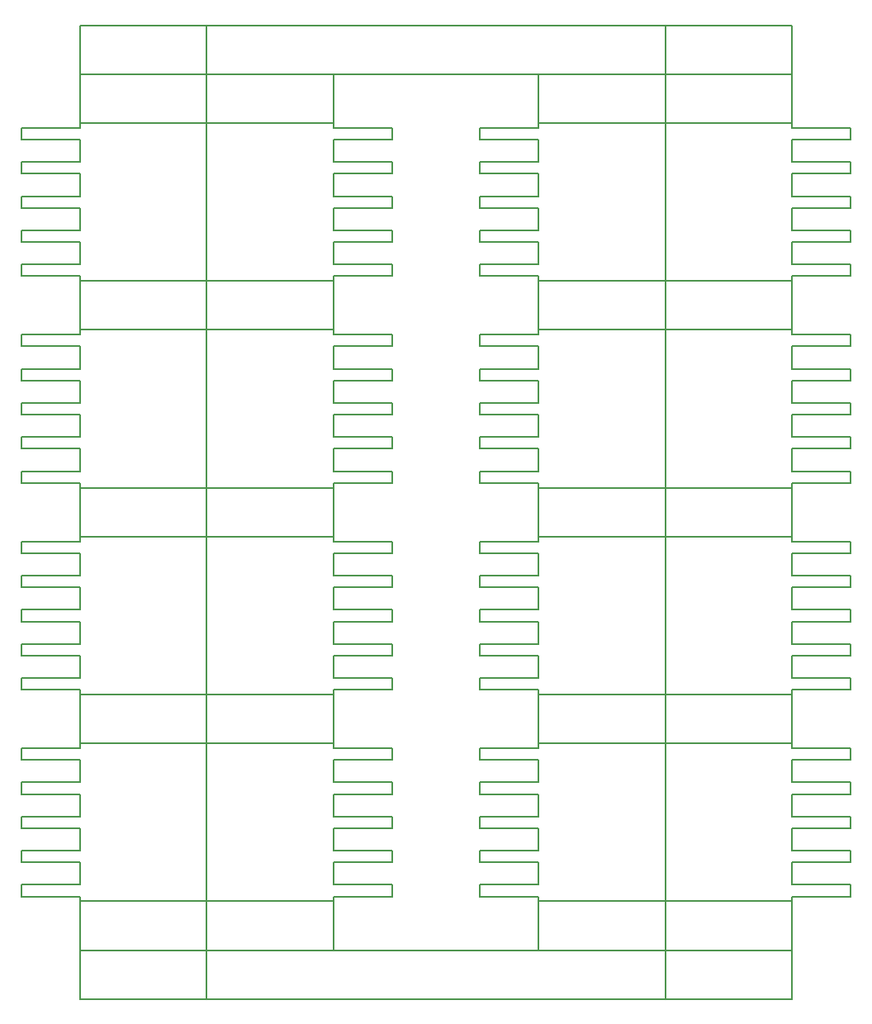
<source format=gm1>
G04 #@! TF.GenerationSoftware,KiCad,Pcbnew,(5.1.0)-1*
G04 #@! TF.CreationDate,2019-07-11T22:38:23-04:00*
G04 #@! TF.ProjectId,input_only,696e7075-745f-46f6-9e6c-792e6b696361,0.1*
G04 #@! TF.SameCoordinates,Original*
G04 #@! TF.FileFunction,Profile,NP*
%FSLAX46Y46*%
G04 Gerber Fmt 4.6, Leading zero omitted, Abs format (unit mm)*
G04 Created by KiCad (PCBNEW (5.1.0)-1) date 2019-07-11 22:38:23*
%MOMM*%
%LPD*%
G04 APERTURE LIST*
%ADD10C,0.150000*%
G04 APERTURE END LIST*
D10*
X161550000Y-58304000D02*
X161509000Y-53304000D01*
X148550000Y-58304000D02*
X148550000Y-53282000D01*
X135550000Y-58304000D02*
X135550000Y-53304000D01*
X114550000Y-58304000D02*
X114550000Y-53304000D01*
X101550000Y-58304000D02*
X101550000Y-53304000D01*
X88550000Y-58304000D02*
X88550000Y-53304000D01*
X88550000Y-48304000D02*
X161509000Y-48304000D01*
X88550000Y-48304000D02*
X88550000Y-53304000D01*
X148550000Y-48282000D02*
X148550000Y-53282000D01*
X101550000Y-48304000D02*
X101550000Y-53304000D01*
X88550000Y-53304000D02*
X161509000Y-53304000D01*
X161509000Y-48304000D02*
X161509000Y-53304000D01*
X88550000Y-148104000D02*
X161509000Y-148104000D01*
X101550000Y-138104000D02*
X101550000Y-143104000D01*
X101550000Y-143104000D02*
X101550000Y-148104000D01*
X148550000Y-143082000D02*
X148550000Y-148082000D01*
X148550000Y-138104000D02*
X148550000Y-143104000D01*
X161509000Y-143104000D02*
X161509000Y-148104000D01*
X161509000Y-138104000D02*
X161509000Y-143104000D01*
X135550000Y-138104000D02*
X135550000Y-143104000D01*
X88550000Y-143104000D02*
X161509000Y-143104000D01*
X88550000Y-143104000D02*
X88550000Y-148104000D01*
X114550000Y-138104000D02*
X114550000Y-143104000D01*
X88550000Y-138104000D02*
X88550000Y-143104000D01*
X161550000Y-79504000D02*
X161550000Y-74504000D01*
X148550000Y-79504000D02*
X148550000Y-74504000D01*
X135550000Y-79504000D02*
X135550000Y-74504000D01*
X161550000Y-100704000D02*
X161550000Y-95704000D01*
X148550000Y-95704000D02*
X148550000Y-100704000D01*
X135550000Y-100704000D02*
X135550000Y-95704000D01*
X161550000Y-121904000D02*
X161550000Y-116904000D01*
X148550000Y-121904000D02*
X148550000Y-116904000D01*
X135550000Y-116904000D02*
X135550000Y-121904000D01*
X114550000Y-116904000D02*
X114550000Y-121904000D01*
X101550000Y-116904000D02*
X101550000Y-121904000D01*
X88550000Y-121904000D02*
X88550000Y-116904000D01*
X114550000Y-95704000D02*
X114550000Y-100704000D01*
X101550000Y-100704000D02*
X101550000Y-95704000D01*
X88550000Y-95704000D02*
X88550000Y-100704000D01*
X114550000Y-79504000D02*
X114550000Y-74504000D01*
X101550000Y-74504000D02*
X101550000Y-79504000D01*
X88550000Y-79504000D02*
X88550000Y-74504000D01*
X88550000Y-121904000D02*
X114550000Y-121904000D01*
X82550000Y-109404000D02*
X88550000Y-109404000D01*
X88550000Y-100704000D02*
X88550000Y-101204000D01*
X114550000Y-108204000D02*
X114550000Y-105904000D01*
X88550000Y-101204000D02*
X82550000Y-101204000D01*
X88550000Y-105904000D02*
X88550000Y-108204000D01*
X82550000Y-116404000D02*
X88550000Y-116404000D01*
X88550000Y-102404000D02*
X88550000Y-104704000D01*
X82550000Y-115204000D02*
X82550000Y-116404000D01*
X88550000Y-109404000D02*
X88550000Y-111704000D01*
X82550000Y-111704000D02*
X82550000Y-112904000D01*
X88550000Y-112904000D02*
X88550000Y-115204000D01*
X91980000Y-138104000D02*
X101550000Y-138104000D01*
X82550000Y-102404000D02*
X88550000Y-102404000D01*
X82550000Y-108204000D02*
X82550000Y-109404000D01*
X88550000Y-115204000D02*
X82550000Y-115204000D01*
X82550000Y-105904000D02*
X88550000Y-105904000D01*
X88550000Y-116404000D02*
X88550000Y-116904000D01*
X88550000Y-104704000D02*
X82550000Y-104704000D01*
X88550000Y-111704000D02*
X82550000Y-111704000D01*
X101550000Y-138104000D02*
X114550000Y-138104000D01*
X82550000Y-104704000D02*
X82550000Y-105904000D01*
X88550000Y-108204000D02*
X82550000Y-108204000D01*
X101550000Y-100704000D02*
X101550000Y-116904000D01*
X114550000Y-102404000D02*
X120550000Y-102404000D01*
X114550000Y-115204000D02*
X114550000Y-112904000D01*
X82550000Y-101204000D02*
X82550000Y-102404000D01*
X82550000Y-112904000D02*
X88550000Y-112904000D01*
X92120000Y-100704000D02*
X88550000Y-100704000D01*
X92120000Y-100704000D02*
X101550000Y-100704000D01*
X101550000Y-100704000D02*
X114550000Y-100704000D01*
X88550000Y-125904000D02*
X82550000Y-125904000D01*
X88550000Y-129404000D02*
X82550000Y-129404000D01*
X120550000Y-137604000D02*
X120550000Y-136404000D01*
X82550000Y-127104000D02*
X88550000Y-127104000D01*
X88550000Y-123604000D02*
X88550000Y-125904000D01*
X82550000Y-134104000D02*
X88550000Y-134104000D01*
X114550000Y-125904000D02*
X114550000Y-123604000D01*
X114550000Y-130604000D02*
X120550000Y-130604000D01*
X114550000Y-132904000D02*
X114550000Y-130604000D01*
X88550000Y-122404000D02*
X82550000Y-122404000D01*
X88550000Y-136404000D02*
X82550000Y-136404000D01*
X114550000Y-122404000D02*
X114550000Y-121904000D01*
X82550000Y-137604000D02*
X88550000Y-137604000D01*
X114550000Y-138104000D02*
X114550000Y-137604000D01*
X120550000Y-123604000D02*
X120550000Y-122404000D01*
X114550000Y-127104000D02*
X120550000Y-127104000D01*
X91980000Y-138104000D02*
X88550000Y-138104000D01*
X88550000Y-134104000D02*
X88550000Y-136404000D01*
X120550000Y-136404000D02*
X114550000Y-136404000D01*
X82550000Y-125904000D02*
X82550000Y-127104000D01*
X120550000Y-134104000D02*
X120550000Y-132904000D01*
X120550000Y-127104000D02*
X120550000Y-125904000D01*
X88550000Y-132904000D02*
X82550000Y-132904000D01*
X114550000Y-109404000D02*
X120550000Y-109404000D01*
X82550000Y-132904000D02*
X82550000Y-134104000D01*
X114550000Y-116904000D02*
X114550000Y-116404000D01*
X82550000Y-130604000D02*
X88550000Y-130604000D01*
X120550000Y-130604000D02*
X120550000Y-129404000D01*
X101550000Y-116904000D02*
X114550000Y-116904000D01*
X120550000Y-122404000D02*
X114550000Y-122404000D01*
X120550000Y-112904000D02*
X120550000Y-111704000D01*
X88550000Y-130604000D02*
X88550000Y-132904000D01*
X114550000Y-129404000D02*
X114550000Y-127104000D01*
X120550000Y-104704000D02*
X114550000Y-104704000D01*
X82550000Y-129404000D02*
X82550000Y-130604000D01*
X120550000Y-109404000D02*
X120550000Y-108204000D01*
X101550000Y-121904000D02*
X101550000Y-138104000D01*
X82550000Y-123604000D02*
X88550000Y-123604000D01*
X114550000Y-112904000D02*
X120550000Y-112904000D01*
X114550000Y-111704000D02*
X114550000Y-109404000D01*
X88550000Y-121904000D02*
X88550000Y-122404000D01*
X120550000Y-132904000D02*
X114550000Y-132904000D01*
X114550000Y-123604000D02*
X120550000Y-123604000D01*
X114550000Y-104704000D02*
X114550000Y-102404000D01*
X120550000Y-125904000D02*
X114550000Y-125904000D01*
X114550000Y-134104000D02*
X120550000Y-134104000D01*
X120550000Y-108204000D02*
X114550000Y-108204000D01*
X120550000Y-105904000D02*
X120550000Y-104704000D01*
X114550000Y-116404000D02*
X120550000Y-116404000D01*
X120550000Y-116404000D02*
X120550000Y-115204000D01*
X120550000Y-115204000D02*
X114550000Y-115204000D01*
X114550000Y-137604000D02*
X120550000Y-137604000D01*
X101550000Y-116904000D02*
X88550000Y-116904000D01*
X82550000Y-136404000D02*
X82550000Y-137604000D01*
X88550000Y-137604000D02*
X88550000Y-138104000D01*
X114550000Y-105904000D02*
X120550000Y-105904000D01*
X120550000Y-101204000D02*
X114550000Y-101204000D01*
X114550000Y-101204000D02*
X114550000Y-100704000D01*
X114550000Y-136404000D02*
X114550000Y-134104000D01*
X82550000Y-122404000D02*
X82550000Y-123604000D01*
X120550000Y-102404000D02*
X120550000Y-101204000D01*
X88550000Y-127104000D02*
X88550000Y-129404000D01*
X120550000Y-129404000D02*
X114550000Y-129404000D01*
X120550000Y-111704000D02*
X114550000Y-111704000D01*
X135550000Y-115204000D02*
X129550000Y-115204000D01*
X161550000Y-102404000D02*
X167550000Y-102404000D01*
X135550000Y-109404000D02*
X135550000Y-111704000D01*
X129550000Y-105904000D02*
X135550000Y-105904000D01*
X161550000Y-108204000D02*
X161550000Y-105904000D01*
X129550000Y-111704000D02*
X129550000Y-112904000D01*
X135550000Y-111704000D02*
X129550000Y-111704000D01*
X135550000Y-104704000D02*
X129550000Y-104704000D01*
X148550000Y-100704000D02*
X148550000Y-116904000D01*
X135550000Y-116404000D02*
X135550000Y-116904000D01*
X161550000Y-115204000D02*
X161550000Y-112904000D01*
X129550000Y-104704000D02*
X129550000Y-105904000D01*
X135550000Y-101204000D02*
X129550000Y-101204000D01*
X135550000Y-108204000D02*
X129550000Y-108204000D01*
X129550000Y-101204000D02*
X129550000Y-102404000D01*
X129550000Y-102404000D02*
X135550000Y-102404000D01*
X161550000Y-109404000D02*
X167550000Y-109404000D01*
X135550000Y-105904000D02*
X135550000Y-108204000D01*
X129550000Y-112904000D02*
X135550000Y-112904000D01*
X129550000Y-109404000D02*
X135550000Y-109404000D01*
X135550000Y-100704000D02*
X135550000Y-101204000D01*
X129550000Y-116404000D02*
X135550000Y-116404000D01*
X135550000Y-102404000D02*
X135550000Y-104704000D01*
X129550000Y-108204000D02*
X129550000Y-109404000D01*
X135550000Y-112904000D02*
X135550000Y-115204000D01*
X129550000Y-115204000D02*
X129550000Y-116404000D01*
X161550000Y-101204000D02*
X161550000Y-100704000D01*
X167550000Y-109404000D02*
X167550000Y-108204000D01*
X161550000Y-104704000D02*
X161550000Y-102404000D01*
X167550000Y-116404000D02*
X167550000Y-115204000D01*
X167550000Y-105904000D02*
X167550000Y-104704000D01*
X161550000Y-116404000D02*
X167550000Y-116404000D01*
X167550000Y-102404000D02*
X167550000Y-101204000D01*
X167550000Y-104704000D02*
X161550000Y-104704000D01*
X161550000Y-105904000D02*
X167550000Y-105904000D01*
X161550000Y-112904000D02*
X167550000Y-112904000D01*
X161550000Y-116904000D02*
X161550000Y-116404000D01*
X161550000Y-111704000D02*
X161550000Y-109404000D01*
X167550000Y-108204000D02*
X161550000Y-108204000D01*
X167550000Y-111704000D02*
X161550000Y-111704000D01*
X167550000Y-115204000D02*
X161550000Y-115204000D01*
X167550000Y-101204000D02*
X161550000Y-101204000D01*
X167550000Y-112904000D02*
X167550000Y-111704000D01*
X161550000Y-130604000D02*
X167550000Y-130604000D01*
X129550000Y-122404000D02*
X129550000Y-123604000D01*
X161550000Y-137604000D02*
X167550000Y-137604000D01*
X161550000Y-129404000D02*
X161550000Y-127104000D01*
X135550000Y-136404000D02*
X129550000Y-136404000D01*
X148550000Y-121904000D02*
X148550000Y-138104000D01*
X167550000Y-129404000D02*
X161550000Y-129404000D01*
X129550000Y-132904000D02*
X129550000Y-134104000D01*
X167550000Y-122404000D02*
X161550000Y-122404000D01*
X129550000Y-125904000D02*
X129550000Y-127104000D01*
X167550000Y-125904000D02*
X161550000Y-125904000D01*
X129550000Y-123604000D02*
X135550000Y-123604000D01*
X129550000Y-129404000D02*
X129550000Y-130604000D01*
X167550000Y-137604000D02*
X167550000Y-136404000D01*
X129550000Y-134104000D02*
X135550000Y-134104000D01*
X167550000Y-123604000D02*
X167550000Y-122404000D01*
X161550000Y-132904000D02*
X161550000Y-130604000D01*
X138980000Y-138104000D02*
X135550000Y-138104000D01*
X129550000Y-136404000D02*
X129550000Y-137604000D01*
X129550000Y-130604000D02*
X135550000Y-130604000D01*
X129550000Y-127104000D02*
X135550000Y-127104000D01*
X167550000Y-134104000D02*
X167550000Y-132904000D01*
X161550000Y-122404000D02*
X161550000Y-121904000D01*
X167550000Y-130604000D02*
X167550000Y-129404000D01*
X161550000Y-134104000D02*
X167550000Y-134104000D01*
X135550000Y-129404000D02*
X129550000Y-129404000D01*
X129550000Y-137604000D02*
X135550000Y-137604000D01*
X161550000Y-127104000D02*
X167550000Y-127104000D01*
X135550000Y-125904000D02*
X129550000Y-125904000D01*
X135550000Y-123604000D02*
X135550000Y-125904000D01*
X135550000Y-121904000D02*
X161550000Y-121904000D01*
X135550000Y-127104000D02*
X135550000Y-129404000D01*
X135550000Y-121904000D02*
X135550000Y-122404000D01*
X161550000Y-123604000D02*
X167550000Y-123604000D01*
X167550000Y-132904000D02*
X161550000Y-132904000D01*
X161550000Y-125904000D02*
X161550000Y-123604000D01*
X161550000Y-136404000D02*
X161550000Y-134104000D01*
X135550000Y-132904000D02*
X129550000Y-132904000D01*
X148550000Y-116904000D02*
X135550000Y-116904000D01*
X135550000Y-134104000D02*
X135550000Y-136404000D01*
X135550000Y-137604000D02*
X135550000Y-138104000D01*
X135550000Y-122404000D02*
X129550000Y-122404000D01*
X148550000Y-116904000D02*
X161550000Y-116904000D01*
X135550000Y-130604000D02*
X135550000Y-132904000D01*
X167550000Y-127104000D02*
X167550000Y-125904000D01*
X161550000Y-138104000D02*
X161550000Y-137604000D01*
X167550000Y-136404000D02*
X161550000Y-136404000D01*
X148550000Y-138104000D02*
X161550000Y-138104000D01*
X138980000Y-138104000D02*
X148550000Y-138104000D01*
X139120000Y-100704000D02*
X135550000Y-100704000D01*
X139120000Y-100704000D02*
X148550000Y-100704000D01*
X148550000Y-100704000D02*
X161550000Y-100704000D01*
X88550000Y-79504000D02*
X114550000Y-79504000D01*
X135550000Y-79504000D02*
X161550000Y-79504000D01*
X101550000Y-74504000D02*
X88550000Y-74504000D01*
X138980000Y-95704000D02*
X148550000Y-95704000D01*
X148550000Y-95704000D02*
X161550000Y-95704000D01*
X139120000Y-58304000D02*
X148550000Y-58304000D01*
X139120000Y-58304000D02*
X135550000Y-58304000D01*
X148550000Y-58304000D02*
X161550000Y-58304000D01*
X167550000Y-90504000D02*
X161550000Y-90504000D01*
X135550000Y-91704000D02*
X135550000Y-94004000D01*
X135550000Y-79504000D02*
X135550000Y-80004000D01*
X135550000Y-84704000D02*
X135550000Y-87004000D01*
X161550000Y-95704000D02*
X161550000Y-95204000D01*
X167550000Y-84704000D02*
X167550000Y-83504000D01*
X148550000Y-74504000D02*
X161550000Y-74504000D01*
X135550000Y-88204000D02*
X135550000Y-90504000D01*
X161550000Y-83504000D02*
X161550000Y-81204000D01*
X135550000Y-95204000D02*
X135550000Y-95704000D01*
X135550000Y-80004000D02*
X129550000Y-80004000D01*
X148550000Y-74504000D02*
X135550000Y-74504000D01*
X135550000Y-90504000D02*
X129550000Y-90504000D01*
X161550000Y-94004000D02*
X161550000Y-91704000D01*
X161550000Y-81204000D02*
X167550000Y-81204000D01*
X167550000Y-94004000D02*
X161550000Y-94004000D01*
X161550000Y-80004000D02*
X161550000Y-79504000D01*
X135550000Y-81204000D02*
X135550000Y-83504000D01*
X129550000Y-91704000D02*
X135550000Y-91704000D01*
X129550000Y-95204000D02*
X135550000Y-95204000D01*
X129550000Y-88204000D02*
X135550000Y-88204000D01*
X167550000Y-91704000D02*
X167550000Y-90504000D01*
X129550000Y-84704000D02*
X135550000Y-84704000D01*
X135550000Y-87004000D02*
X129550000Y-87004000D01*
X138980000Y-95704000D02*
X135550000Y-95704000D01*
X129550000Y-94004000D02*
X129550000Y-95204000D01*
X135550000Y-83504000D02*
X129550000Y-83504000D01*
X167550000Y-81204000D02*
X167550000Y-80004000D01*
X161550000Y-84704000D02*
X167550000Y-84704000D01*
X161550000Y-91704000D02*
X167550000Y-91704000D01*
X167550000Y-83504000D02*
X161550000Y-83504000D01*
X129550000Y-87004000D02*
X129550000Y-88204000D01*
X167550000Y-88204000D02*
X167550000Y-87004000D01*
X161550000Y-90504000D02*
X161550000Y-88204000D01*
X167550000Y-95204000D02*
X167550000Y-94004000D01*
X129550000Y-81204000D02*
X135550000Y-81204000D01*
X129550000Y-83504000D02*
X129550000Y-84704000D01*
X148550000Y-79504000D02*
X148550000Y-95704000D01*
X135550000Y-94004000D02*
X129550000Y-94004000D01*
X167550000Y-80004000D02*
X161550000Y-80004000D01*
X129550000Y-90504000D02*
X129550000Y-91704000D01*
X161550000Y-95204000D02*
X167550000Y-95204000D01*
X161550000Y-88204000D02*
X167550000Y-88204000D01*
X129550000Y-80004000D02*
X129550000Y-81204000D01*
X161550000Y-87004000D02*
X161550000Y-84704000D01*
X167550000Y-87004000D02*
X161550000Y-87004000D01*
X161550000Y-74504000D02*
X161550000Y-74004000D01*
X167550000Y-63504000D02*
X167550000Y-62304000D01*
X167550000Y-74004000D02*
X167550000Y-72804000D01*
X167550000Y-69304000D02*
X161550000Y-69304000D01*
X161550000Y-70504000D02*
X167550000Y-70504000D01*
X161550000Y-63504000D02*
X167550000Y-63504000D01*
X167550000Y-65804000D02*
X161550000Y-65804000D01*
X167550000Y-70504000D02*
X167550000Y-69304000D01*
X161550000Y-62304000D02*
X161550000Y-60004000D01*
X167550000Y-72804000D02*
X161550000Y-72804000D01*
X167550000Y-62304000D02*
X161550000Y-62304000D01*
X161550000Y-69304000D02*
X161550000Y-67004000D01*
X167550000Y-60004000D02*
X167550000Y-58804000D01*
X167550000Y-67004000D02*
X167550000Y-65804000D01*
X161550000Y-74004000D02*
X167550000Y-74004000D01*
X161550000Y-58804000D02*
X161550000Y-58304000D01*
X167550000Y-58804000D02*
X161550000Y-58804000D01*
X161550000Y-67004000D02*
X167550000Y-67004000D01*
X129550000Y-65804000D02*
X129550000Y-67004000D01*
X135550000Y-62304000D02*
X129550000Y-62304000D01*
X135550000Y-69304000D02*
X129550000Y-69304000D01*
X148550000Y-58304000D02*
X148550000Y-74504000D01*
X135550000Y-72804000D02*
X129550000Y-72804000D01*
X129550000Y-69304000D02*
X129550000Y-70504000D01*
X129550000Y-72804000D02*
X129550000Y-74004000D01*
X161550000Y-65804000D02*
X161550000Y-63504000D01*
X129550000Y-70504000D02*
X135550000Y-70504000D01*
X135550000Y-67004000D02*
X135550000Y-69304000D01*
X129550000Y-60004000D02*
X135550000Y-60004000D01*
X135550000Y-63504000D02*
X135550000Y-65804000D01*
X129550000Y-58804000D02*
X129550000Y-60004000D01*
X135550000Y-60004000D02*
X135550000Y-62304000D01*
X129550000Y-74004000D02*
X135550000Y-74004000D01*
X135550000Y-74004000D02*
X135550000Y-74504000D01*
X161550000Y-60004000D02*
X167550000Y-60004000D01*
X135550000Y-65804000D02*
X129550000Y-65804000D01*
X135550000Y-58304000D02*
X135550000Y-58804000D01*
X135550000Y-70504000D02*
X135550000Y-72804000D01*
X135550000Y-58804000D02*
X129550000Y-58804000D01*
X129550000Y-67004000D02*
X135550000Y-67004000D01*
X129550000Y-62304000D02*
X129550000Y-63504000D01*
X129550000Y-63504000D02*
X135550000Y-63504000D01*
X161550000Y-72804000D02*
X161550000Y-70504000D01*
X92120000Y-58304000D02*
X101550000Y-58304000D01*
X101550000Y-58304000D02*
X114550000Y-58304000D01*
X92120000Y-58304000D02*
X88550000Y-58304000D01*
X101550000Y-95704000D02*
X114550000Y-95704000D01*
X91980000Y-95704000D02*
X101550000Y-95704000D01*
X82550000Y-69304000D02*
X82550000Y-70504000D01*
X88550000Y-67004000D02*
X88550000Y-69304000D01*
X88550000Y-74004000D02*
X88550000Y-74504000D01*
X82550000Y-58804000D02*
X82550000Y-60004000D01*
X88550000Y-69304000D02*
X82550000Y-69304000D01*
X101550000Y-58304000D02*
X101550000Y-74504000D01*
X82550000Y-67004000D02*
X88550000Y-67004000D01*
X82550000Y-72804000D02*
X82550000Y-74004000D01*
X82550000Y-65804000D02*
X82550000Y-67004000D01*
X88550000Y-60004000D02*
X88550000Y-62304000D01*
X82550000Y-74004000D02*
X88550000Y-74004000D01*
X88550000Y-65804000D02*
X82550000Y-65804000D01*
X88550000Y-62304000D02*
X82550000Y-62304000D01*
X82550000Y-63504000D02*
X88550000Y-63504000D01*
X88550000Y-72804000D02*
X82550000Y-72804000D01*
X88550000Y-63504000D02*
X88550000Y-65804000D01*
X82550000Y-60004000D02*
X88550000Y-60004000D01*
X88550000Y-58304000D02*
X88550000Y-58804000D01*
X82550000Y-70504000D02*
X88550000Y-70504000D01*
X82550000Y-62304000D02*
X82550000Y-63504000D01*
X88550000Y-70504000D02*
X88550000Y-72804000D01*
X88550000Y-58804000D02*
X82550000Y-58804000D01*
X114550000Y-65804000D02*
X114550000Y-63504000D01*
X114550000Y-72804000D02*
X114550000Y-70504000D01*
X114550000Y-60004000D02*
X120550000Y-60004000D01*
X120550000Y-67004000D02*
X120550000Y-65804000D01*
X114550000Y-58804000D02*
X114550000Y-58304000D01*
X120550000Y-58804000D02*
X114550000Y-58804000D01*
X114550000Y-67004000D02*
X120550000Y-67004000D01*
X114550000Y-74004000D02*
X120550000Y-74004000D01*
X120550000Y-63504000D02*
X120550000Y-62304000D01*
X120550000Y-74004000D02*
X120550000Y-72804000D01*
X120550000Y-69304000D02*
X114550000Y-69304000D01*
X120550000Y-70504000D02*
X120550000Y-69304000D01*
X114550000Y-63504000D02*
X120550000Y-63504000D01*
X114550000Y-62304000D02*
X114550000Y-60004000D01*
X120550000Y-72804000D02*
X114550000Y-72804000D01*
X120550000Y-65804000D02*
X114550000Y-65804000D01*
X120550000Y-62304000D02*
X114550000Y-62304000D01*
X120550000Y-60004000D02*
X120550000Y-58804000D01*
X114550000Y-74504000D02*
X114550000Y-74004000D01*
X114550000Y-70504000D02*
X120550000Y-70504000D01*
X114550000Y-69304000D02*
X114550000Y-67004000D01*
X101550000Y-79504000D02*
X101550000Y-95704000D01*
X82550000Y-87004000D02*
X82550000Y-88204000D01*
X82550000Y-90504000D02*
X82550000Y-91704000D01*
X88550000Y-88204000D02*
X88550000Y-90504000D01*
X82550000Y-94004000D02*
X82550000Y-95204000D01*
X88550000Y-90504000D02*
X82550000Y-90504000D01*
X82550000Y-88204000D02*
X88550000Y-88204000D01*
X88550000Y-95204000D02*
X88550000Y-95704000D01*
X82550000Y-80004000D02*
X82550000Y-81204000D01*
X114550000Y-95204000D02*
X120550000Y-95204000D01*
X82550000Y-81204000D02*
X88550000Y-81204000D01*
X114550000Y-91704000D02*
X120550000Y-91704000D01*
X114550000Y-94004000D02*
X114550000Y-91704000D01*
X120550000Y-90504000D02*
X114550000Y-90504000D01*
X120550000Y-83504000D02*
X114550000Y-83504000D01*
X114550000Y-87004000D02*
X114550000Y-84704000D01*
X120550000Y-80004000D02*
X114550000Y-80004000D01*
X120550000Y-91704000D02*
X120550000Y-90504000D01*
X101550000Y-74504000D02*
X114550000Y-74504000D01*
X114550000Y-81204000D02*
X120550000Y-81204000D01*
X120550000Y-84704000D02*
X120550000Y-83504000D01*
X120550000Y-88204000D02*
X120550000Y-87004000D01*
X88550000Y-79504000D02*
X88550000Y-80004000D01*
X82550000Y-83504000D02*
X82550000Y-84704000D01*
X120550000Y-94004000D02*
X114550000Y-94004000D01*
X120550000Y-87004000D02*
X114550000Y-87004000D01*
X88550000Y-84704000D02*
X88550000Y-87004000D01*
X114550000Y-88204000D02*
X120550000Y-88204000D01*
X114550000Y-84704000D02*
X120550000Y-84704000D01*
X114550000Y-80004000D02*
X114550000Y-79504000D01*
X88550000Y-91704000D02*
X88550000Y-94004000D01*
X114550000Y-90504000D02*
X114550000Y-88204000D01*
X120550000Y-95204000D02*
X120550000Y-94004000D01*
X114550000Y-95704000D02*
X114550000Y-95204000D01*
X120550000Y-81204000D02*
X120550000Y-80004000D01*
X88550000Y-81204000D02*
X88550000Y-83504000D01*
X82550000Y-91704000D02*
X88550000Y-91704000D01*
X88550000Y-80004000D02*
X82550000Y-80004000D01*
X82550000Y-95204000D02*
X88550000Y-95204000D01*
X88550000Y-87004000D02*
X82550000Y-87004000D01*
X88550000Y-83504000D02*
X82550000Y-83504000D01*
X82550000Y-84704000D02*
X88550000Y-84704000D01*
X114550000Y-83504000D02*
X114550000Y-81204000D01*
X88550000Y-94004000D02*
X82550000Y-94004000D01*
X91980000Y-95704000D02*
X88550000Y-95704000D01*
M02*

</source>
